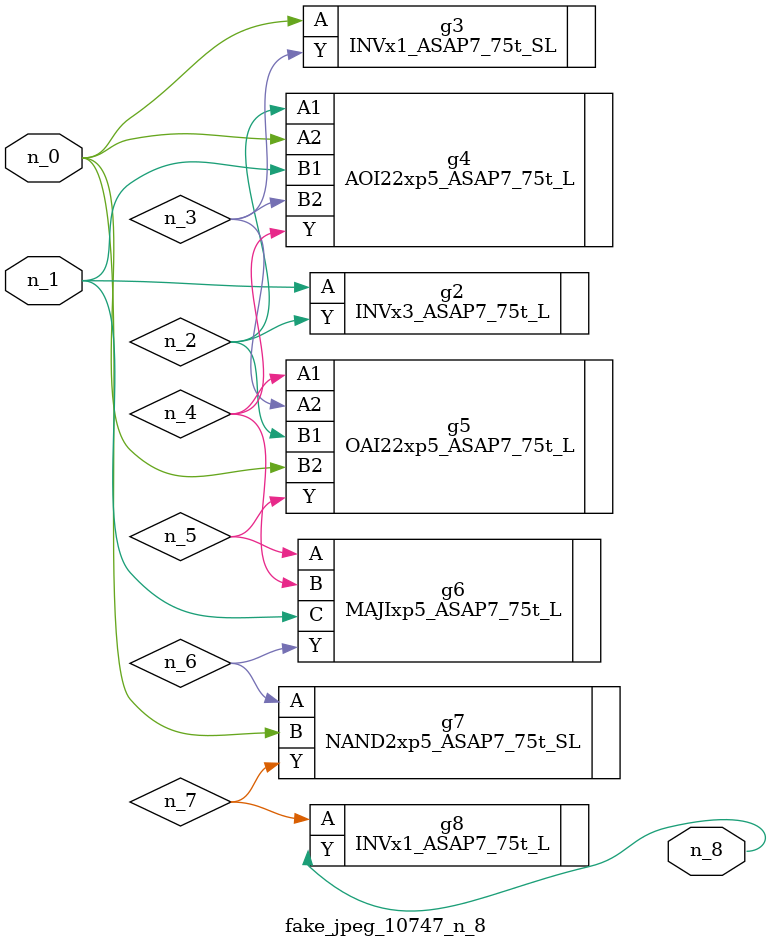
<source format=v>
module fake_jpeg_10747_n_8 (n_0, n_1, n_8);

input n_0;
input n_1;

output n_8;

wire n_3;
wire n_2;
wire n_4;
wire n_6;
wire n_5;
wire n_7;

INVx3_ASAP7_75t_L g2 ( 
.A(n_1),
.Y(n_2)
);

INVx1_ASAP7_75t_SL g3 ( 
.A(n_0),
.Y(n_3)
);

AOI22xp5_ASAP7_75t_L g4 ( 
.A1(n_2),
.A2(n_0),
.B1(n_1),
.B2(n_3),
.Y(n_4)
);

OAI22xp5_ASAP7_75t_L g5 ( 
.A1(n_4),
.A2(n_3),
.B1(n_2),
.B2(n_0),
.Y(n_5)
);

MAJIxp5_ASAP7_75t_L g6 ( 
.A(n_5),
.B(n_4),
.C(n_1),
.Y(n_6)
);

NAND2xp5_ASAP7_75t_SL g7 ( 
.A(n_6),
.B(n_0),
.Y(n_7)
);

INVx1_ASAP7_75t_L g8 ( 
.A(n_7),
.Y(n_8)
);


endmodule
</source>
